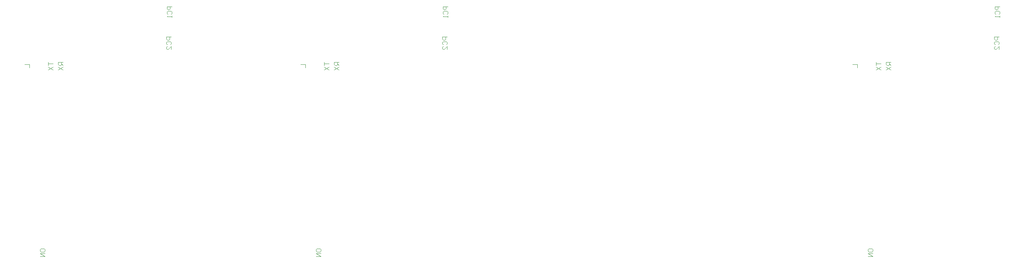
<source format=gbr>
%TF.GenerationSoftware,Altium Limited,Altium Designer,21.6.4 (81)*%
G04 Layer_Color=32896*
%FSLAX26Y26*%
%MOIN*%
%TF.SameCoordinates,892991E7-994B-4F78-B437-02A20B6E2807*%
%TF.FilePolarity,Positive*%
%TF.FileFunction,Other,Bottom_Assembly*%
%TF.Part,Single*%
G01*
G75*
%TA.AperFunction,NonConductor*%
%ADD159C,0.004250*%
D159*
X5573813Y1213757D02*
Y1227919D01*
X5580894Y1235000D01*
X5609218D01*
X5616299Y1227919D01*
Y1213757D01*
X5609218Y1206676D01*
X5580894D01*
X5573813Y1213757D01*
X5616299Y1192514D02*
X5573813D01*
X5616299Y1164190D01*
X5573813D01*
X5781299Y2925000D02*
X5738813D01*
Y2903757D01*
X5745894Y2896676D01*
X5760056D01*
X5767137Y2903757D01*
Y2925000D01*
Y2910838D02*
X5781299Y2896676D01*
X5738813Y2882514D02*
X5781299Y2854190D01*
X5738813D02*
X5781299Y2882514D01*
X5648813Y2925000D02*
Y2896676D01*
Y2910838D01*
X5691299D01*
X5648813Y2882514D02*
X5691299Y2854190D01*
X5648813D02*
X5691299Y2882514D01*
X5433813Y2905000D02*
X5476299D01*
Y2876676D01*
X6761299Y3155000D02*
X6718813D01*
Y3133757D01*
X6725894Y3126676D01*
X6740056D01*
X6747137Y3133757D01*
Y3155000D01*
X6725894Y3084190D02*
X6718813Y3091271D01*
Y3105433D01*
X6725894Y3112514D01*
X6754218D01*
X6761299Y3105433D01*
Y3091271D01*
X6754218Y3084190D01*
X6761299Y3041703D02*
Y3070028D01*
X6732975Y3041703D01*
X6725894D01*
X6718813Y3048784D01*
Y3062947D01*
X6725894Y3070028D01*
X6766299Y3430000D02*
X6723813D01*
Y3408757D01*
X6730894Y3401676D01*
X6745056D01*
X6752137Y3408757D01*
Y3430000D01*
X6730894Y3359190D02*
X6723813Y3366271D01*
Y3380433D01*
X6730894Y3387514D01*
X6759218D01*
X6766299Y3380433D01*
Y3366271D01*
X6759218Y3359190D01*
X6766299Y3345028D02*
Y3330865D01*
Y3337947D01*
X6723813D01*
X6730894Y3345028D01*
X6766299Y3430000D02*
X6723813D01*
Y3408757D01*
X6730894Y3401676D01*
X6745056D01*
X6752137Y3408757D01*
Y3430000D01*
X6730894Y3359190D02*
X6723813Y3366271D01*
Y3380433D01*
X6730894Y3387514D01*
X6759218D01*
X6766299Y3380433D01*
Y3366271D01*
X6759218Y3359190D01*
X6766299Y3345028D02*
Y3330865D01*
Y3337947D01*
X6723813D01*
X6730894Y3345028D01*
X6761299Y3155000D02*
X6718813D01*
Y3133757D01*
X6725894Y3126676D01*
X6740056D01*
X6747137Y3133757D01*
Y3155000D01*
X6725894Y3084190D02*
X6718813Y3091271D01*
Y3105433D01*
X6725894Y3112514D01*
X6754218D01*
X6761299Y3105433D01*
Y3091271D01*
X6754218Y3084190D01*
X6761299Y3041703D02*
Y3070028D01*
X6732975Y3041703D01*
X6725894D01*
X6718813Y3048784D01*
Y3062947D01*
X6725894Y3070028D01*
X5433813Y2905000D02*
X5476299D01*
Y2876676D01*
X5648813Y2925000D02*
Y2896676D01*
Y2910838D01*
X5691299D01*
X5648813Y2882514D02*
X5691299Y2854190D01*
X5648813D02*
X5691299Y2882514D01*
X5781299Y2925000D02*
X5738813D01*
Y2903757D01*
X5745894Y2896676D01*
X5760056D01*
X5767137Y2903757D01*
Y2925000D01*
Y2910838D02*
X5781299Y2896676D01*
X5738813Y2882514D02*
X5781299Y2854190D01*
X5738813D02*
X5781299Y2882514D01*
X5573813Y1213757D02*
Y1227919D01*
X5580894Y1235000D01*
X5609218D01*
X5616299Y1227919D01*
Y1213757D01*
X5609218Y1206676D01*
X5580894D01*
X5573813Y1213757D01*
X5616299Y1192514D02*
X5573813D01*
X5616299Y1164190D01*
X5573813D01*
X8073813Y1213757D02*
Y1227919D01*
X8080894Y1235000D01*
X8109218D01*
X8116299Y1227919D01*
Y1213757D01*
X8109218Y1206676D01*
X8080894D01*
X8073813Y1213757D01*
X8116299Y1192514D02*
X8073813D01*
X8116299Y1164190D01*
X8073813D01*
X8281299Y2925000D02*
X8238813D01*
Y2903757D01*
X8245894Y2896676D01*
X8260056D01*
X8267137Y2903757D01*
Y2925000D01*
Y2910838D02*
X8281299Y2896676D01*
X8238813Y2882514D02*
X8281299Y2854190D01*
X8238813D02*
X8281299Y2882514D01*
X8148813Y2925000D02*
Y2896676D01*
Y2910838D01*
X8191299D01*
X8148813Y2882514D02*
X8191299Y2854190D01*
X8148813D02*
X8191299Y2882514D01*
X7933813Y2905000D02*
X7976299D01*
Y2876676D01*
X9261299Y3155000D02*
X9218813D01*
Y3133757D01*
X9225894Y3126676D01*
X9240056D01*
X9247137Y3133757D01*
Y3155000D01*
X9225894Y3084190D02*
X9218813Y3091271D01*
Y3105433D01*
X9225894Y3112514D01*
X9254218D01*
X9261299Y3105433D01*
Y3091271D01*
X9254218Y3084190D01*
X9261299Y3041703D02*
Y3070028D01*
X9232975Y3041703D01*
X9225894D01*
X9218813Y3048784D01*
Y3062947D01*
X9225894Y3070028D01*
X9266299Y3430000D02*
X9223813D01*
Y3408757D01*
X9230894Y3401676D01*
X9245056D01*
X9252137Y3408757D01*
Y3430000D01*
X9230894Y3359190D02*
X9223813Y3366271D01*
Y3380433D01*
X9230894Y3387514D01*
X9259218D01*
X9266299Y3380433D01*
Y3366271D01*
X9259218Y3359190D01*
X9266299Y3345028D02*
Y3330865D01*
Y3337947D01*
X9223813D01*
X9230894Y3345028D01*
X9266299Y3430000D02*
X9223813D01*
Y3408757D01*
X9230894Y3401676D01*
X9245056D01*
X9252137Y3408757D01*
Y3430000D01*
X9230894Y3359190D02*
X9223813Y3366271D01*
Y3380433D01*
X9230894Y3387514D01*
X9259218D01*
X9266299Y3380433D01*
Y3366271D01*
X9259218Y3359190D01*
X9266299Y3345028D02*
Y3330865D01*
Y3337947D01*
X9223813D01*
X9230894Y3345028D01*
X9261299Y3155000D02*
X9218813D01*
Y3133757D01*
X9225894Y3126676D01*
X9240056D01*
X9247137Y3133757D01*
Y3155000D01*
X9225894Y3084190D02*
X9218813Y3091271D01*
Y3105433D01*
X9225894Y3112514D01*
X9254218D01*
X9261299Y3105433D01*
Y3091271D01*
X9254218Y3084190D01*
X9261299Y3041703D02*
Y3070028D01*
X9232975Y3041703D01*
X9225894D01*
X9218813Y3048784D01*
Y3062947D01*
X9225894Y3070028D01*
X7933813Y2905000D02*
X7976299D01*
Y2876676D01*
X8148813Y2925000D02*
Y2896676D01*
Y2910838D01*
X8191299D01*
X8148813Y2882514D02*
X8191299Y2854190D01*
X8148813D02*
X8191299Y2882514D01*
X8281299Y2925000D02*
X8238813D01*
Y2903757D01*
X8245894Y2896676D01*
X8260056D01*
X8267137Y2903757D01*
Y2925000D01*
Y2910838D02*
X8281299Y2896676D01*
X8238813Y2882514D02*
X8281299Y2854190D01*
X8238813D02*
X8281299Y2882514D01*
X8073813Y1213757D02*
Y1227919D01*
X8080894Y1235000D01*
X8109218D01*
X8116299Y1227919D01*
Y1213757D01*
X8109218Y1206676D01*
X8080894D01*
X8073813Y1213757D01*
X8116299Y1192514D02*
X8073813D01*
X8116299Y1164190D01*
X8073813D01*
X13073813Y1213757D02*
Y1227919D01*
X13080894Y1235000D01*
X13109218D01*
X13116299Y1227919D01*
Y1213757D01*
X13109218Y1206676D01*
X13080894D01*
X13073813Y1213757D01*
X13116299Y1192514D02*
X13073813D01*
X13116299Y1164190D01*
X13073813D01*
X13281299Y2925000D02*
X13238813D01*
Y2903757D01*
X13245894Y2896676D01*
X13260056D01*
X13267137Y2903757D01*
Y2925000D01*
Y2910838D02*
X13281299Y2896676D01*
X13238813Y2882514D02*
X13281299Y2854190D01*
X13238813D02*
X13281299Y2882514D01*
X13148813Y2925000D02*
Y2896676D01*
Y2910838D01*
X13191299D01*
X13148813Y2882514D02*
X13191299Y2854190D01*
X13148813D02*
X13191299Y2882514D01*
X12933813Y2905000D02*
X12976299D01*
Y2876676D01*
X14261299Y3155000D02*
X14218813D01*
Y3133757D01*
X14225894Y3126676D01*
X14240056D01*
X14247137Y3133757D01*
Y3155000D01*
X14225894Y3084190D02*
X14218813Y3091271D01*
Y3105433D01*
X14225894Y3112514D01*
X14254218D01*
X14261299Y3105433D01*
Y3091271D01*
X14254218Y3084190D01*
X14261299Y3041703D02*
Y3070028D01*
X14232975Y3041703D01*
X14225894D01*
X14218813Y3048784D01*
Y3062947D01*
X14225894Y3070028D01*
X14266299Y3430000D02*
X14223813D01*
Y3408757D01*
X14230894Y3401676D01*
X14245056D01*
X14252137Y3408757D01*
Y3430000D01*
X14230894Y3359190D02*
X14223813Y3366271D01*
Y3380433D01*
X14230894Y3387514D01*
X14259218D01*
X14266299Y3380433D01*
Y3366271D01*
X14259218Y3359190D01*
X14266299Y3345028D02*
Y3330865D01*
Y3337947D01*
X14223813D01*
X14230894Y3345028D01*
X14266299Y3430000D02*
X14223813D01*
Y3408757D01*
X14230894Y3401676D01*
X14245056D01*
X14252137Y3408757D01*
Y3430000D01*
X14230894Y3359190D02*
X14223813Y3366271D01*
Y3380433D01*
X14230894Y3387514D01*
X14259218D01*
X14266299Y3380433D01*
Y3366271D01*
X14259218Y3359190D01*
X14266299Y3345028D02*
Y3330865D01*
Y3337947D01*
X14223813D01*
X14230894Y3345028D01*
X14261299Y3155000D02*
X14218813D01*
Y3133757D01*
X14225894Y3126676D01*
X14240056D01*
X14247137Y3133757D01*
Y3155000D01*
X14225894Y3084190D02*
X14218813Y3091271D01*
Y3105433D01*
X14225894Y3112514D01*
X14254218D01*
X14261299Y3105433D01*
Y3091271D01*
X14254218Y3084190D01*
X14261299Y3041703D02*
Y3070028D01*
X14232975Y3041703D01*
X14225894D01*
X14218813Y3048784D01*
Y3062947D01*
X14225894Y3070028D01*
X12933813Y2905000D02*
X12976299D01*
Y2876676D01*
X13148813Y2925000D02*
Y2896676D01*
Y2910838D01*
X13191299D01*
X13148813Y2882514D02*
X13191299Y2854190D01*
X13148813D02*
X13191299Y2882514D01*
X13281299Y2925000D02*
X13238813D01*
Y2903757D01*
X13245894Y2896676D01*
X13260056D01*
X13267137Y2903757D01*
Y2925000D01*
Y2910838D02*
X13281299Y2896676D01*
X13238813Y2882514D02*
X13281299Y2854190D01*
X13238813D02*
X13281299Y2882514D01*
X13073813Y1213757D02*
Y1227919D01*
X13080894Y1235000D01*
X13109218D01*
X13116299Y1227919D01*
Y1213757D01*
X13109218Y1206676D01*
X13080894D01*
X13073813Y1213757D01*
X13116299Y1192514D02*
X13073813D01*
X13116299Y1164190D01*
X13073813D01*
%TF.MD5,9c9cb2a1e37cf3516da03b5fecd48a08*%
M02*

</source>
